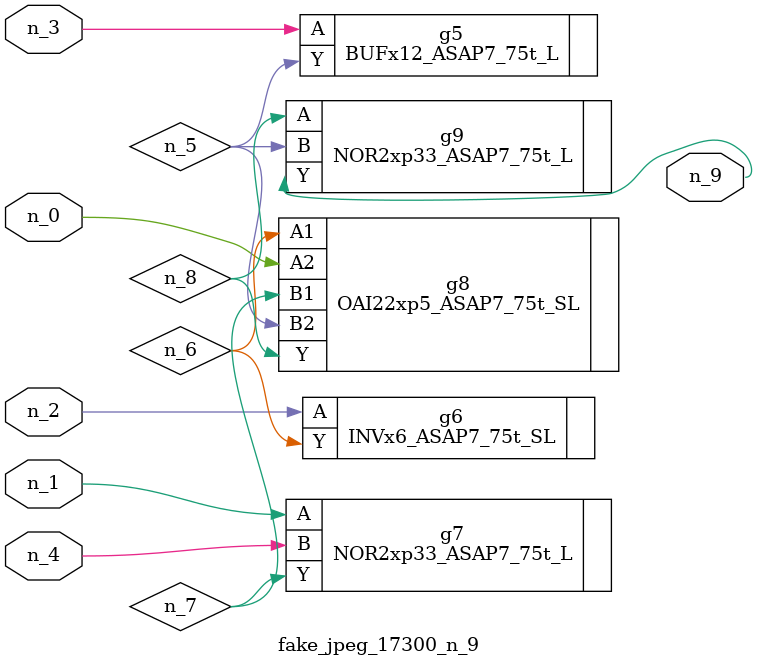
<source format=v>
module fake_jpeg_17300_n_9 (n_3, n_2, n_1, n_0, n_4, n_9);

input n_3;
input n_2;
input n_1;
input n_0;
input n_4;

output n_9;

wire n_8;
wire n_6;
wire n_5;
wire n_7;

BUFx12_ASAP7_75t_L g5 ( 
.A(n_3),
.Y(n_5)
);

INVx6_ASAP7_75t_SL g6 ( 
.A(n_2),
.Y(n_6)
);

NOR2xp33_ASAP7_75t_L g7 ( 
.A(n_1),
.B(n_4),
.Y(n_7)
);

OAI22xp5_ASAP7_75t_SL g8 ( 
.A1(n_6),
.A2(n_0),
.B1(n_7),
.B2(n_5),
.Y(n_8)
);

NOR2xp33_ASAP7_75t_L g9 ( 
.A(n_8),
.B(n_5),
.Y(n_9)
);


endmodule
</source>
